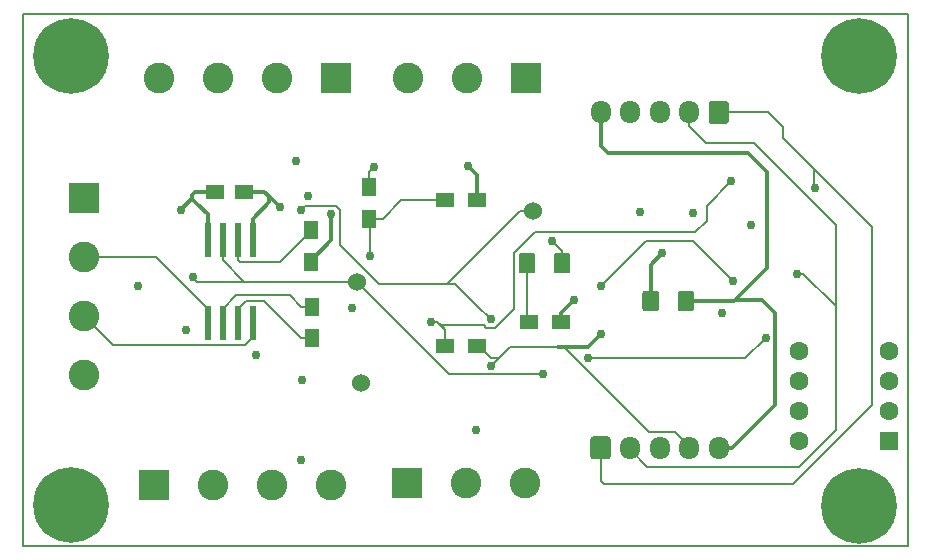
<source format=gtl>
G04 #@! TF.GenerationSoftware,KiCad,Pcbnew,(5.1.4)-1*
G04 #@! TF.CreationDate,2020-10-03T17:35:05-04:00*
G04 #@! TF.ProjectId,i2c_pancake,6932635f-7061-46e6-9361-6b652e6b6963,rev?*
G04 #@! TF.SameCoordinates,Original*
G04 #@! TF.FileFunction,Copper,L1,Top*
G04 #@! TF.FilePolarity,Positive*
%FSLAX46Y46*%
G04 Gerber Fmt 4.6, Leading zero omitted, Abs format (unit mm)*
G04 Created by KiCad (PCBNEW (5.1.4)-1) date 2020-10-03 17:35:05*
%MOMM*%
%LPD*%
G04 APERTURE LIST*
%ADD10C,0.150000*%
%ADD11C,0.100000*%
%ADD12C,1.425000*%
%ADD13R,1.500000X1.250000*%
%ADD14R,1.500000X1.300000*%
%ADD15R,1.300000X1.500000*%
%ADD16R,1.600000X1.600000*%
%ADD17C,1.600000*%
%ADD18R,0.600000X3.000000*%
%ADD19C,2.600000*%
%ADD20R,2.600000X2.600000*%
%ADD21O,1.700000X1.950000*%
%ADD22C,1.700000*%
%ADD23C,1.524000*%
%ADD24C,6.400000*%
%ADD25C,0.762000*%
%ADD26C,0.203200*%
%ADD27C,0.304800*%
G04 APERTURE END LIST*
D10*
X89662000Y-134239000D02*
X164554000Y-134239000D01*
X89662000Y-89253000D02*
X164554000Y-89253000D01*
X164554000Y-89253000D02*
X164554000Y-134239000D01*
X89662000Y-89253000D02*
X89662000Y-134239000D01*
D11*
G36*
X146271904Y-112638804D02*
G01*
X146296173Y-112642404D01*
X146319971Y-112648365D01*
X146343071Y-112656630D01*
X146365249Y-112667120D01*
X146386293Y-112679733D01*
X146405998Y-112694347D01*
X146424177Y-112710823D01*
X146440653Y-112729002D01*
X146455267Y-112748707D01*
X146467880Y-112769751D01*
X146478370Y-112791929D01*
X146486635Y-112815029D01*
X146492596Y-112838827D01*
X146496196Y-112863096D01*
X146497400Y-112887600D01*
X146497400Y-114137600D01*
X146496196Y-114162104D01*
X146492596Y-114186373D01*
X146486635Y-114210171D01*
X146478370Y-114233271D01*
X146467880Y-114255449D01*
X146455267Y-114276493D01*
X146440653Y-114296198D01*
X146424177Y-114314377D01*
X146405998Y-114330853D01*
X146386293Y-114345467D01*
X146365249Y-114358080D01*
X146343071Y-114368570D01*
X146319971Y-114376835D01*
X146296173Y-114382796D01*
X146271904Y-114386396D01*
X146247400Y-114387600D01*
X145322400Y-114387600D01*
X145297896Y-114386396D01*
X145273627Y-114382796D01*
X145249829Y-114376835D01*
X145226729Y-114368570D01*
X145204551Y-114358080D01*
X145183507Y-114345467D01*
X145163802Y-114330853D01*
X145145623Y-114314377D01*
X145129147Y-114296198D01*
X145114533Y-114276493D01*
X145101920Y-114255449D01*
X145091430Y-114233271D01*
X145083165Y-114210171D01*
X145077204Y-114186373D01*
X145073604Y-114162104D01*
X145072400Y-114137600D01*
X145072400Y-112887600D01*
X145073604Y-112863096D01*
X145077204Y-112838827D01*
X145083165Y-112815029D01*
X145091430Y-112791929D01*
X145101920Y-112769751D01*
X145114533Y-112748707D01*
X145129147Y-112729002D01*
X145145623Y-112710823D01*
X145163802Y-112694347D01*
X145183507Y-112679733D01*
X145204551Y-112667120D01*
X145226729Y-112656630D01*
X145249829Y-112648365D01*
X145273627Y-112642404D01*
X145297896Y-112638804D01*
X145322400Y-112637600D01*
X146247400Y-112637600D01*
X146271904Y-112638804D01*
X146271904Y-112638804D01*
G37*
D12*
X145784900Y-113512600D03*
D11*
G36*
X143296904Y-112638804D02*
G01*
X143321173Y-112642404D01*
X143344971Y-112648365D01*
X143368071Y-112656630D01*
X143390249Y-112667120D01*
X143411293Y-112679733D01*
X143430998Y-112694347D01*
X143449177Y-112710823D01*
X143465653Y-112729002D01*
X143480267Y-112748707D01*
X143492880Y-112769751D01*
X143503370Y-112791929D01*
X143511635Y-112815029D01*
X143517596Y-112838827D01*
X143521196Y-112863096D01*
X143522400Y-112887600D01*
X143522400Y-114137600D01*
X143521196Y-114162104D01*
X143517596Y-114186373D01*
X143511635Y-114210171D01*
X143503370Y-114233271D01*
X143492880Y-114255449D01*
X143480267Y-114276493D01*
X143465653Y-114296198D01*
X143449177Y-114314377D01*
X143430998Y-114330853D01*
X143411293Y-114345467D01*
X143390249Y-114358080D01*
X143368071Y-114368570D01*
X143344971Y-114376835D01*
X143321173Y-114382796D01*
X143296904Y-114386396D01*
X143272400Y-114387600D01*
X142347400Y-114387600D01*
X142322896Y-114386396D01*
X142298627Y-114382796D01*
X142274829Y-114376835D01*
X142251729Y-114368570D01*
X142229551Y-114358080D01*
X142208507Y-114345467D01*
X142188802Y-114330853D01*
X142170623Y-114314377D01*
X142154147Y-114296198D01*
X142139533Y-114276493D01*
X142126920Y-114255449D01*
X142116430Y-114233271D01*
X142108165Y-114210171D01*
X142102204Y-114186373D01*
X142098604Y-114162104D01*
X142097400Y-114137600D01*
X142097400Y-112887600D01*
X142098604Y-112863096D01*
X142102204Y-112838827D01*
X142108165Y-112815029D01*
X142116430Y-112791929D01*
X142126920Y-112769751D01*
X142139533Y-112748707D01*
X142154147Y-112729002D01*
X142170623Y-112710823D01*
X142188802Y-112694347D01*
X142208507Y-112679733D01*
X142229551Y-112667120D01*
X142251729Y-112656630D01*
X142274829Y-112648365D01*
X142298627Y-112642404D01*
X142322896Y-112638804D01*
X142347400Y-112637600D01*
X143272400Y-112637600D01*
X143296904Y-112638804D01*
X143296904Y-112638804D01*
G37*
D12*
X142809900Y-113512600D03*
D13*
X105873800Y-104255600D03*
X108373800Y-104255600D03*
D14*
X125354000Y-104953000D03*
X128054000Y-104953000D03*
D15*
X118965600Y-103845400D03*
X118965600Y-106545400D03*
X114088800Y-113983800D03*
X114088800Y-116683800D03*
X114012600Y-107524600D03*
X114012600Y-110224600D03*
D14*
X125409600Y-117311200D03*
X128109600Y-117311200D03*
X135221600Y-115330000D03*
X132521600Y-115330000D03*
D16*
X162954000Y-125353000D03*
D17*
X162954000Y-122813000D03*
X162954000Y-120273000D03*
X162954000Y-117733000D03*
X155334000Y-117733000D03*
X155334000Y-120273000D03*
X155334000Y-122813000D03*
X155334000Y-125353000D03*
D18*
X105300400Y-108350200D03*
X106570400Y-108350200D03*
X107840400Y-108350200D03*
X109110400Y-108350200D03*
X109110400Y-115350200D03*
X107840400Y-115350200D03*
X106570400Y-115350200D03*
X105300400Y-115350200D03*
D11*
G36*
X135784804Y-109427004D02*
G01*
X135809073Y-109430604D01*
X135832871Y-109436565D01*
X135855971Y-109444830D01*
X135878149Y-109455320D01*
X135899193Y-109467933D01*
X135918898Y-109482547D01*
X135937077Y-109499023D01*
X135953553Y-109517202D01*
X135968167Y-109536907D01*
X135980780Y-109557951D01*
X135991270Y-109580129D01*
X135999535Y-109603229D01*
X136005496Y-109627027D01*
X136009096Y-109651296D01*
X136010300Y-109675800D01*
X136010300Y-110925800D01*
X136009096Y-110950304D01*
X136005496Y-110974573D01*
X135999535Y-110998371D01*
X135991270Y-111021471D01*
X135980780Y-111043649D01*
X135968167Y-111064693D01*
X135953553Y-111084398D01*
X135937077Y-111102577D01*
X135918898Y-111119053D01*
X135899193Y-111133667D01*
X135878149Y-111146280D01*
X135855971Y-111156770D01*
X135832871Y-111165035D01*
X135809073Y-111170996D01*
X135784804Y-111174596D01*
X135760300Y-111175800D01*
X134835300Y-111175800D01*
X134810796Y-111174596D01*
X134786527Y-111170996D01*
X134762729Y-111165035D01*
X134739629Y-111156770D01*
X134717451Y-111146280D01*
X134696407Y-111133667D01*
X134676702Y-111119053D01*
X134658523Y-111102577D01*
X134642047Y-111084398D01*
X134627433Y-111064693D01*
X134614820Y-111043649D01*
X134604330Y-111021471D01*
X134596065Y-110998371D01*
X134590104Y-110974573D01*
X134586504Y-110950304D01*
X134585300Y-110925800D01*
X134585300Y-109675800D01*
X134586504Y-109651296D01*
X134590104Y-109627027D01*
X134596065Y-109603229D01*
X134604330Y-109580129D01*
X134614820Y-109557951D01*
X134627433Y-109536907D01*
X134642047Y-109517202D01*
X134658523Y-109499023D01*
X134676702Y-109482547D01*
X134696407Y-109467933D01*
X134717451Y-109455320D01*
X134739629Y-109444830D01*
X134762729Y-109436565D01*
X134786527Y-109430604D01*
X134810796Y-109427004D01*
X134835300Y-109425800D01*
X135760300Y-109425800D01*
X135784804Y-109427004D01*
X135784804Y-109427004D01*
G37*
D12*
X135297800Y-110300800D03*
D11*
G36*
X132809804Y-109427004D02*
G01*
X132834073Y-109430604D01*
X132857871Y-109436565D01*
X132880971Y-109444830D01*
X132903149Y-109455320D01*
X132924193Y-109467933D01*
X132943898Y-109482547D01*
X132962077Y-109499023D01*
X132978553Y-109517202D01*
X132993167Y-109536907D01*
X133005780Y-109557951D01*
X133016270Y-109580129D01*
X133024535Y-109603229D01*
X133030496Y-109627027D01*
X133034096Y-109651296D01*
X133035300Y-109675800D01*
X133035300Y-110925800D01*
X133034096Y-110950304D01*
X133030496Y-110974573D01*
X133024535Y-110998371D01*
X133016270Y-111021471D01*
X133005780Y-111043649D01*
X132993167Y-111064693D01*
X132978553Y-111084398D01*
X132962077Y-111102577D01*
X132943898Y-111119053D01*
X132924193Y-111133667D01*
X132903149Y-111146280D01*
X132880971Y-111156770D01*
X132857871Y-111165035D01*
X132834073Y-111170996D01*
X132809804Y-111174596D01*
X132785300Y-111175800D01*
X131860300Y-111175800D01*
X131835796Y-111174596D01*
X131811527Y-111170996D01*
X131787729Y-111165035D01*
X131764629Y-111156770D01*
X131742451Y-111146280D01*
X131721407Y-111133667D01*
X131701702Y-111119053D01*
X131683523Y-111102577D01*
X131667047Y-111084398D01*
X131652433Y-111064693D01*
X131639820Y-111043649D01*
X131629330Y-111021471D01*
X131621065Y-110998371D01*
X131615104Y-110974573D01*
X131611504Y-110950304D01*
X131610300Y-110925800D01*
X131610300Y-109675800D01*
X131611504Y-109651296D01*
X131615104Y-109627027D01*
X131621065Y-109603229D01*
X131629330Y-109580129D01*
X131639820Y-109557951D01*
X131652433Y-109536907D01*
X131667047Y-109517202D01*
X131683523Y-109499023D01*
X131701702Y-109482547D01*
X131721407Y-109467933D01*
X131742451Y-109455320D01*
X131764629Y-109444830D01*
X131787729Y-109436565D01*
X131811527Y-109430604D01*
X131835796Y-109427004D01*
X131860300Y-109425800D01*
X132785300Y-109425800D01*
X132809804Y-109427004D01*
X132809804Y-109427004D01*
G37*
D12*
X132322800Y-110300800D03*
D19*
X115754000Y-129053000D03*
X110754000Y-129053000D03*
X105754000Y-129053000D03*
D20*
X100754000Y-129053000D03*
D21*
X138554000Y-97553000D03*
X141054000Y-97553000D03*
X143554000Y-97553000D03*
X146054000Y-97553000D03*
D11*
G36*
X149178504Y-96579204D02*
G01*
X149202773Y-96582804D01*
X149226571Y-96588765D01*
X149249671Y-96597030D01*
X149271849Y-96607520D01*
X149292893Y-96620133D01*
X149312598Y-96634747D01*
X149330777Y-96651223D01*
X149347253Y-96669402D01*
X149361867Y-96689107D01*
X149374480Y-96710151D01*
X149384970Y-96732329D01*
X149393235Y-96755429D01*
X149399196Y-96779227D01*
X149402796Y-96803496D01*
X149404000Y-96828000D01*
X149404000Y-98278000D01*
X149402796Y-98302504D01*
X149399196Y-98326773D01*
X149393235Y-98350571D01*
X149384970Y-98373671D01*
X149374480Y-98395849D01*
X149361867Y-98416893D01*
X149347253Y-98436598D01*
X149330777Y-98454777D01*
X149312598Y-98471253D01*
X149292893Y-98485867D01*
X149271849Y-98498480D01*
X149249671Y-98508970D01*
X149226571Y-98517235D01*
X149202773Y-98523196D01*
X149178504Y-98526796D01*
X149154000Y-98528000D01*
X147954000Y-98528000D01*
X147929496Y-98526796D01*
X147905227Y-98523196D01*
X147881429Y-98517235D01*
X147858329Y-98508970D01*
X147836151Y-98498480D01*
X147815107Y-98485867D01*
X147795402Y-98471253D01*
X147777223Y-98454777D01*
X147760747Y-98436598D01*
X147746133Y-98416893D01*
X147733520Y-98395849D01*
X147723030Y-98373671D01*
X147714765Y-98350571D01*
X147708804Y-98326773D01*
X147705204Y-98302504D01*
X147704000Y-98278000D01*
X147704000Y-96828000D01*
X147705204Y-96803496D01*
X147708804Y-96779227D01*
X147714765Y-96755429D01*
X147723030Y-96732329D01*
X147733520Y-96710151D01*
X147746133Y-96689107D01*
X147760747Y-96669402D01*
X147777223Y-96651223D01*
X147795402Y-96634747D01*
X147815107Y-96620133D01*
X147836151Y-96607520D01*
X147858329Y-96597030D01*
X147881429Y-96588765D01*
X147905227Y-96582804D01*
X147929496Y-96579204D01*
X147954000Y-96578000D01*
X149154000Y-96578000D01*
X149178504Y-96579204D01*
X149178504Y-96579204D01*
G37*
D22*
X148554000Y-97553000D03*
D19*
X94854000Y-119753000D03*
X94854000Y-114753000D03*
X94854000Y-109753000D03*
D20*
X94854000Y-104753000D03*
D19*
X101154000Y-94653000D03*
X106154000Y-94653000D03*
X111154000Y-94653000D03*
D20*
X116154000Y-94653000D03*
D21*
X148554000Y-125953000D03*
X146054000Y-125953000D03*
X143554000Y-125953000D03*
X141054000Y-125953000D03*
D11*
G36*
X139178504Y-124979204D02*
G01*
X139202773Y-124982804D01*
X139226571Y-124988765D01*
X139249671Y-124997030D01*
X139271849Y-125007520D01*
X139292893Y-125020133D01*
X139312598Y-125034747D01*
X139330777Y-125051223D01*
X139347253Y-125069402D01*
X139361867Y-125089107D01*
X139374480Y-125110151D01*
X139384970Y-125132329D01*
X139393235Y-125155429D01*
X139399196Y-125179227D01*
X139402796Y-125203496D01*
X139404000Y-125228000D01*
X139404000Y-126678000D01*
X139402796Y-126702504D01*
X139399196Y-126726773D01*
X139393235Y-126750571D01*
X139384970Y-126773671D01*
X139374480Y-126795849D01*
X139361867Y-126816893D01*
X139347253Y-126836598D01*
X139330777Y-126854777D01*
X139312598Y-126871253D01*
X139292893Y-126885867D01*
X139271849Y-126898480D01*
X139249671Y-126908970D01*
X139226571Y-126917235D01*
X139202773Y-126923196D01*
X139178504Y-126926796D01*
X139154000Y-126928000D01*
X137954000Y-126928000D01*
X137929496Y-126926796D01*
X137905227Y-126923196D01*
X137881429Y-126917235D01*
X137858329Y-126908970D01*
X137836151Y-126898480D01*
X137815107Y-126885867D01*
X137795402Y-126871253D01*
X137777223Y-126854777D01*
X137760747Y-126836598D01*
X137746133Y-126816893D01*
X137733520Y-126795849D01*
X137723030Y-126773671D01*
X137714765Y-126750571D01*
X137708804Y-126726773D01*
X137705204Y-126702504D01*
X137704000Y-126678000D01*
X137704000Y-125228000D01*
X137705204Y-125203496D01*
X137708804Y-125179227D01*
X137714765Y-125155429D01*
X137723030Y-125132329D01*
X137733520Y-125110151D01*
X137746133Y-125089107D01*
X137760747Y-125069402D01*
X137777223Y-125051223D01*
X137795402Y-125034747D01*
X137815107Y-125020133D01*
X137836151Y-125007520D01*
X137858329Y-124997030D01*
X137881429Y-124988765D01*
X137905227Y-124982804D01*
X137929496Y-124979204D01*
X137954000Y-124978000D01*
X139154000Y-124978000D01*
X139178504Y-124979204D01*
X139178504Y-124979204D01*
G37*
D22*
X138554000Y-125953000D03*
D19*
X122254000Y-94653000D03*
X127254000Y-94653000D03*
D20*
X132254000Y-94653000D03*
D19*
X132154000Y-128953000D03*
X127154000Y-128953000D03*
D20*
X122154000Y-128953000D03*
D23*
X132816600Y-105892600D03*
X117957600Y-111915200D03*
X118237000Y-120472200D03*
D24*
X160454000Y-130853000D03*
X160454000Y-92753000D03*
X93754000Y-92753000D03*
X93754000Y-130753000D03*
D25*
X119397400Y-102147400D03*
X109415200Y-118098600D03*
X112793400Y-101690200D03*
X117543200Y-114136200D03*
X151333200Y-107061000D03*
X128016000Y-124434600D03*
X113309400Y-120218200D03*
X111379000Y-105537000D03*
X115773200Y-106172000D03*
X103454200Y-116001800D03*
X99390200Y-112217200D03*
X148844000Y-114528600D03*
X136321800Y-113411000D03*
X141909800Y-105943400D03*
X113233200Y-126949200D03*
X113765581Y-104632869D03*
X127304800Y-102057200D03*
X103022400Y-105791000D03*
X146405600Y-106070400D03*
X133723000Y-119698800D03*
X104038400Y-111506000D03*
X129252600Y-115076000D03*
X113157000Y-105791000D03*
X143789400Y-109462599D03*
X129278000Y-118987600D03*
X138607800Y-116281200D03*
X134434200Y-108421200D03*
X138599800Y-112282000D03*
X149750400Y-111850200D03*
X155186000Y-111189800D03*
X156732688Y-103953512D03*
X124172600Y-115253800D03*
X149631400Y-103378000D03*
X119041800Y-109691200D03*
X137499945Y-118360255D03*
X152543456Y-116626344D03*
D26*
X118965600Y-103845400D02*
X118965600Y-102579200D01*
X118965600Y-102579200D02*
X119397400Y-102147400D01*
D27*
X108373800Y-104255600D02*
X110097600Y-104255600D01*
X110490000Y-105165800D02*
X110490000Y-104648000D01*
X109110400Y-106545400D02*
X110490000Y-105165800D01*
X109110400Y-108350200D02*
X109110400Y-106545400D01*
X110097600Y-104255600D02*
X110490000Y-104648000D01*
X110490000Y-104648000D02*
X111379000Y-105537000D01*
X115773200Y-108364000D02*
X115773200Y-106172000D01*
X114012600Y-110224600D02*
X114012600Y-110124600D01*
X114012600Y-110124600D02*
X115773200Y-108364000D01*
X135221600Y-115330000D02*
X135221600Y-114511200D01*
X135221600Y-114511200D02*
X136321800Y-113411000D01*
X128054000Y-104953000D02*
X128054000Y-102806400D01*
X128054000Y-102806400D02*
X127304800Y-102057200D01*
X105873800Y-104255600D02*
X104253000Y-104255600D01*
X105300400Y-106164000D02*
X105300400Y-108350200D01*
X104000300Y-104863900D02*
X104406700Y-105270300D01*
X104000300Y-104508300D02*
X104000300Y-104863900D01*
X104406700Y-105270300D02*
X105300400Y-106164000D01*
X104317800Y-105181400D02*
X104406700Y-105270300D01*
X104253000Y-104255600D02*
X104000300Y-104508300D01*
X104000300Y-104813100D02*
X103022400Y-105791000D01*
X104000300Y-104508300D02*
X104000300Y-104813100D01*
D26*
X106570400Y-108350200D02*
X106570400Y-110053400D01*
X104419399Y-111886999D02*
X105333799Y-111886999D01*
X104038400Y-111506000D02*
X104419399Y-111886999D01*
X105335400Y-111888600D02*
X108405600Y-111888600D01*
X105333799Y-111886999D02*
X105335400Y-111888600D01*
X106570400Y-110053400D02*
X108405600Y-111888600D01*
X133184185Y-119698800D02*
X133723000Y-119698800D01*
X133158784Y-119724201D02*
X133184185Y-119698800D01*
X125766601Y-119724201D02*
X133158784Y-119724201D01*
X117957600Y-111915200D02*
X125766601Y-119724201D01*
X117957600Y-111915200D02*
X107591600Y-111915200D01*
X126230000Y-112053400D02*
X128109600Y-113933000D01*
X128109600Y-113933000D02*
X129252600Y-115076000D01*
X125490000Y-112053400D02*
X126230000Y-112053400D01*
X119760186Y-112053400D02*
X116509801Y-108803015D01*
X116509801Y-108803015D02*
X116509801Y-105818431D01*
X116509801Y-105818431D02*
X116126769Y-105435399D01*
X116126769Y-105435399D02*
X113512601Y-105435399D01*
X113512601Y-105435399D02*
X113157000Y-105791000D01*
X125490000Y-112053400D02*
X125335000Y-112053400D01*
X125210600Y-112053400D02*
X125538200Y-112053400D01*
X125210600Y-112053400D02*
X119760186Y-112053400D01*
X125335000Y-112053400D02*
X125210600Y-112053400D01*
X131699000Y-105892600D02*
X132816600Y-105892600D01*
X125538200Y-112053400D02*
X131699000Y-105892600D01*
D27*
X142809900Y-113512600D02*
X142809900Y-110442099D01*
X142809900Y-110442099D02*
X143789400Y-109462599D01*
D26*
X128109600Y-117311200D02*
X128209600Y-117311200D01*
X128209600Y-117311200D02*
X129278000Y-118379600D01*
X146054000Y-125828000D02*
X146054000Y-125953000D01*
X144848390Y-124622390D02*
X146054000Y-125828000D01*
X142671910Y-124622390D02*
X144848390Y-124622390D01*
X135436920Y-117387400D02*
X142671910Y-124622390D01*
X129863800Y-118379600D02*
X129874900Y-118390700D01*
X129278000Y-118379600D02*
X129863800Y-118379600D01*
X129278000Y-118987600D02*
X129874900Y-118390700D01*
X129874900Y-118390700D02*
X130878200Y-117387400D01*
X135294400Y-117387400D02*
X135436920Y-117387400D01*
D27*
X137501600Y-117387400D02*
X134964200Y-117387400D01*
X138607800Y-116281200D02*
X137501600Y-117387400D01*
D26*
X130878200Y-117387400D02*
X134964200Y-117387400D01*
X134964200Y-117387400D02*
X135294400Y-117387400D01*
X135297800Y-110300800D02*
X135297800Y-109284800D01*
X135297800Y-109284800D02*
X134434200Y-108421200D01*
X132322800Y-115131200D02*
X132521600Y-115330000D01*
X132322800Y-110300800D02*
X132322800Y-115131200D01*
D27*
X138554000Y-97553000D02*
X139152168Y-97553000D01*
X153330857Y-122330943D02*
X153330857Y-114541657D01*
X148554000Y-125953000D02*
X149708800Y-125953000D01*
X149708800Y-125953000D02*
X153330857Y-122330943D01*
X152252300Y-113463100D02*
X149940900Y-113463100D01*
X153330857Y-114541657D02*
X152252300Y-113463100D01*
X152646000Y-110758000D02*
X149940900Y-113463100D01*
X152646000Y-102633400D02*
X152646000Y-110758000D01*
X151021700Y-101009100D02*
X152646000Y-102633400D01*
X139198700Y-101009100D02*
X151021700Y-101009100D01*
X138554000Y-97553000D02*
X138554000Y-100364400D01*
X138554000Y-100364400D02*
X139198700Y-101009100D01*
X149891400Y-113512600D02*
X149940900Y-113463100D01*
X145784900Y-113512600D02*
X149891400Y-113512600D01*
D26*
X155358388Y-127537610D02*
X142513610Y-127537610D01*
X158462600Y-124433398D02*
X155358388Y-127537610D01*
X147463600Y-100140800D02*
X151519056Y-100140800D01*
X141054000Y-126078000D02*
X141054000Y-125953000D01*
X151519056Y-100140800D02*
X158462600Y-107084344D01*
X146054000Y-98731200D02*
X147463600Y-100140800D01*
X146054000Y-97553000D02*
X146054000Y-98731200D01*
X142513610Y-127537610D02*
X141054000Y-126078000D01*
X146372199Y-108471999D02*
X149750400Y-111850200D01*
X138599800Y-112282000D02*
X142409801Y-108471999D01*
X142409801Y-108471999D02*
X146372199Y-108471999D01*
X158462600Y-113927585D02*
X158462600Y-114949000D01*
X155724815Y-111189800D02*
X158462600Y-113927585D01*
X155186000Y-111189800D02*
X155724815Y-111189800D01*
X158462600Y-107084344D02*
X158462600Y-114949000D01*
X158462600Y-114949000D02*
X158462600Y-124433398D01*
X153966800Y-98794600D02*
X152725200Y-97553000D01*
X138554000Y-125953000D02*
X138554000Y-128746200D01*
X138832191Y-129024391D02*
X154877409Y-129024391D01*
X138554000Y-128746200D02*
X138832191Y-129024391D01*
X154877409Y-129024391D02*
X161544399Y-122357401D01*
X153966800Y-99676490D02*
X153966800Y-98794600D01*
X152725200Y-97553000D02*
X148554000Y-97553000D01*
X161544399Y-122357401D02*
X161544399Y-107254089D01*
X156662755Y-102372445D02*
X156662755Y-103883579D01*
X156662755Y-103883579D02*
X156732688Y-103953512D01*
X156662755Y-102372445D02*
X153966800Y-99676490D01*
X161544399Y-107254089D02*
X156662755Y-102372445D01*
X125409600Y-116458000D02*
X125409600Y-117311200D01*
X125409600Y-115951985D02*
X125409600Y-116458000D01*
X124711415Y-115253800D02*
X125409600Y-115951985D01*
X124172600Y-115253800D02*
X124711415Y-115253800D01*
X125038907Y-115581293D02*
X125270216Y-115812601D01*
X124711415Y-115253800D02*
X125038907Y-115581293D01*
X147574000Y-105435400D02*
X149631400Y-103378000D01*
X146590601Y-107684599D02*
X147574000Y-106701200D01*
X147574000Y-106701200D02*
X147574000Y-105435400D01*
X128667723Y-115581293D02*
X128899031Y-115812601D01*
X132995037Y-107684599D02*
X146590601Y-107684599D01*
X125038907Y-115581293D02*
X128667723Y-115581293D01*
X128899031Y-115812601D02*
X129606169Y-115812601D01*
X129606169Y-115812601D02*
X131254690Y-114164080D01*
X131254690Y-114164080D02*
X131254690Y-109424946D01*
X131254690Y-109424946D02*
X132995037Y-107684599D01*
X118965600Y-106545400D02*
X120104800Y-106545400D01*
X120104800Y-106545400D02*
X121697200Y-104953000D01*
X121697200Y-104953000D02*
X123625400Y-104953000D01*
X123625400Y-104953000D02*
X125354000Y-104953000D01*
X119041800Y-106621600D02*
X118965600Y-106545400D01*
X119041800Y-109691200D02*
X119041800Y-106621600D01*
X138038760Y-118360255D02*
X138046415Y-118352600D01*
X137499945Y-118360255D02*
X138038760Y-118360255D01*
X138046415Y-118352600D02*
X150817200Y-118352600D01*
X150817200Y-118352600D02*
X152543456Y-116626344D01*
X109110400Y-116550200D02*
X109110400Y-115350200D01*
X108454799Y-117205801D02*
X109110400Y-116550200D01*
X94854000Y-114753000D02*
X97306801Y-117205801D01*
X97306801Y-117205801D02*
X108454799Y-117205801D01*
X105300400Y-114150200D02*
X105300400Y-115350200D01*
X100903200Y-109753000D02*
X105300400Y-114150200D01*
X94854000Y-109753000D02*
X100903200Y-109753000D01*
X113235600Y-113983800D02*
X114088800Y-113983800D01*
X112289189Y-113037389D02*
X113235600Y-113983800D01*
X107683211Y-113037389D02*
X112289189Y-113037389D01*
X106570400Y-114150200D02*
X107683211Y-113037389D01*
X106570400Y-115350200D02*
X106570400Y-114150200D01*
X113235600Y-116683800D02*
X114088800Y-116683800D01*
X110046399Y-113494599D02*
X113235600Y-116683800D01*
X108496001Y-113494599D02*
X110046399Y-113494599D01*
X107840400Y-114150200D02*
X108496001Y-113494599D01*
X107840400Y-115350200D02*
X107840400Y-114150200D01*
X114012600Y-107624600D02*
X114012600Y-107524600D01*
X111431399Y-110205801D02*
X114012600Y-107624600D01*
X107992801Y-110205801D02*
X111431399Y-110205801D01*
X107840400Y-110053400D02*
X107992801Y-110205801D01*
X107840400Y-108350200D02*
X107840400Y-110053400D01*
M02*

</source>
